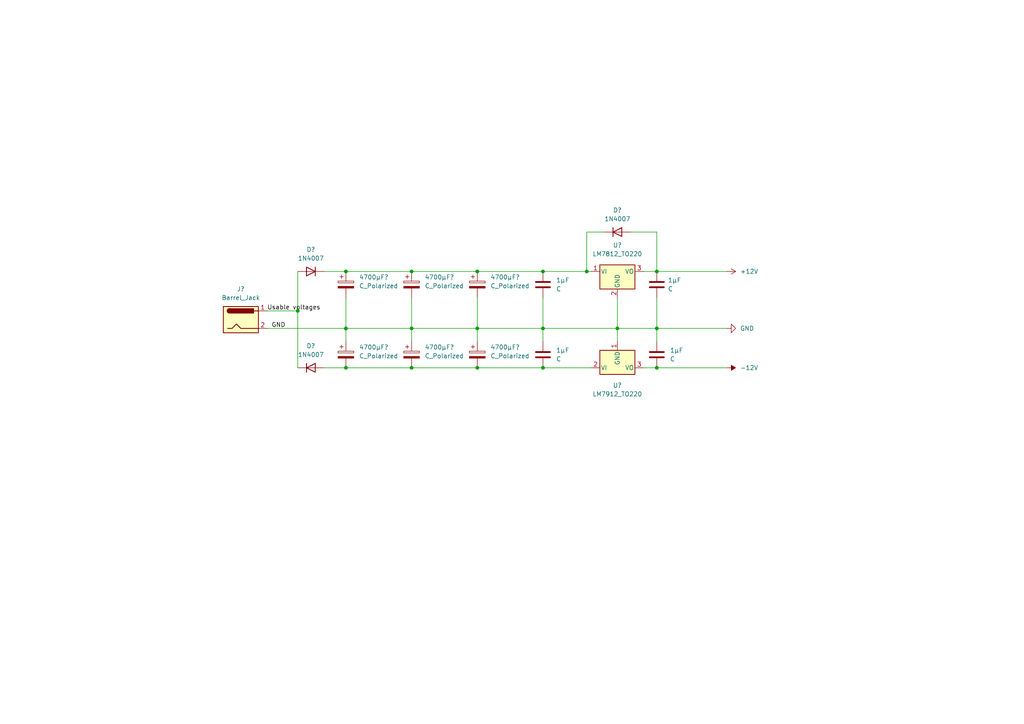
<source format=kicad_sch>
(kicad_sch (version 20211123) (generator eeschema)
  (paper "A4")
  (lib_symbols
    (symbol "Connector:Barrel_Jack" (pin_names (offset 1.016))
      (property "Reference" "J" (at 0 5.334 0))
      (property "Value" "Barrel_Jack" (at 0 -5.08 0))
      (symbol "Barrel_Jack_0_1"
        (rectangle (start -5.08 3.81) (end 5.08 -3.81) (stroke (width 0.254)) (fill (type background)))
        (arc (start -3.302 3.175) (mid -3.937 2.54) (end -3.302 1.905) (stroke (width 0.254)))
        (arc (start -3.302 3.175) (mid -3.937 2.54) (end -3.302 1.905) (stroke (width 0.254)) (fill (type outline)))
        (polyline (pts (xy 5.08 2.54) (xy 3.81 2.54)) (stroke (width 0.254)))
        (polyline (pts (xy -3.81 -2.54) (xy -2.54 -2.54) (xy -1.27 -1.27) (xy 0 -2.54) (xy 2.54 -2.54) (xy 5.08 -2.54)) (stroke (width 0.254)))
        (rectangle (start 3.683 3.175) (end -3.302 1.905) (stroke (width 0.254)) (fill (type outline)))
      )
      (symbol "Barrel_Jack_1_1"
        (pin passive line (at 7.62 2.54 180) (length 2.54) (name "~") (number "1"))
        (pin passive line (at 7.62 -2.54 180) (length 2.54) (name "~") (number "2"))
      )
    )
    (symbol "Device:C" (pin_numbers hide) (pin_names (offset 0.254))
      (property "Reference" "C" (at 0.635 2.54 0))
      (property "Value" "C" (at 0.635 -2.54 0))
      (symbol "C_0_1"
        (polyline (pts (xy -2.032 -0.762) (xy 2.032 -0.762)) (stroke (width 0.508)))
        (polyline (pts (xy -2.032 0.762) (xy 2.032 0.762)) (stroke (width 0.508)))
      )
      (symbol "C_1_1"
        (pin passive line (at 0 3.81 270) (length 2.794) (name "~") (number "1"))
        (pin passive line (at 0 -3.81 90) (length 2.794) (name "~") (number "2"))
      )
    )
    (symbol "Device:C_Polarized" (pin_numbers hide) (pin_names (offset 0.254))
      (property "Reference" "C" (at 0.635 2.54 0))
      (property "Value" "C_Polarized" (at 0.635 -2.54 0))
      (symbol "C_Polarized_0_1"
        (rectangle (start -2.286 0.508) (end 2.286 1.016))
        (polyline (pts (xy -1.778 2.286) (xy -0.762 2.286)))
        (polyline (pts (xy -1.27 2.794) (xy -1.27 1.778)))
        (rectangle (start 2.286 -0.508) (end -2.286 -1.016) (fill (type outline)))
      )
      (symbol "C_Polarized_1_1"
        (pin passive line (at 0 3.81 270) (length 2.794) (name "~") (number "1"))
        (pin passive line (at 0 -3.81 90) (length 2.794) (name "~") (number "2"))
      )
    )
    (symbol "Diode:1N4007" (pin_numbers hide) (pin_names hide)
      (property "Reference" "D" (at 0 2.54 0))
      (property "Value" "1N4007" (at 0 -2.54 0))
      (symbol "1N4007_0_1"
        (polyline (pts (xy -1.27 1.27) (xy -1.27 -1.27)) (stroke (width 0.254)))
        (polyline (pts (xy 1.27 0) (xy -1.27 0)))
        (polyline (pts (xy 1.27 1.27) (xy 1.27 -1.27) (xy -1.27 0) (xy 1.27 1.27)) (stroke (width 0.254)))
      )
      (symbol "1N4007_1_1"
        (pin passive line (at -3.81 0 0) (length 2.54) (name "K") (number "1"))
        (pin passive line (at 3.81 0 180) (length 2.54) (name "A") (number "2"))
      )
    )
    (symbol "Regulator_Linear:LM7812_TO220" (pin_names (offset 0.254))
      (property "Reference" "U" (at -3.81 3.175 0))
      (property "Value" "LM7812_TO220" (at 0 3.175 0))
      (symbol "LM7812_TO220_0_1"
        (rectangle (start -5.08 1.905) (end 5.08 -5.08) (stroke (width 0.254)) (fill (type background)))
      )
      (symbol "LM7812_TO220_1_1"
        (pin power_in line (at -7.62 0 0) (length 2.54) (name "VI") (number "1"))
        (pin power_in line (at 0 -7.62 90) (length 2.54) (name "GND") (number "2"))
        (pin power_out line (at 7.62 0 180) (length 2.54) (name "VO") (number "3"))
      )
    )
    (symbol "Regulator_Linear:LM7912_TO220" (pin_names (offset 0.254))
      (property "Reference" "U" (at -3.81 -3.175 0))
      (property "Value" "LM7912_TO220" (at 0 -3.175 0))
      (symbol "LM7912_TO220_0_1"
        (rectangle (start -5.08 5.08) (end 5.08 -1.905) (stroke (width 0.254)) (fill (type background)))
      )
      (symbol "LM7912_TO220_1_1"
        (pin power_in line (at 0 7.62 270) (length 2.54) (name "GND") (number "1"))
        (pin power_in line (at -7.62 0 0) (length 2.54) (name "VI") (number "2"))
        (pin power_out line (at 7.62 0 180) (length 2.54) (name "VO") (number "3"))
      )
    )
    (symbol "power:+12V" (power) (pin_names (offset 0))
      (property "Value" "+12V" (at 0 3.556 0))
      (symbol "+12V_0_1"
        (polyline (pts (xy -0.762 1.27) (xy 0 2.54)))
        (polyline (pts (xy 0 0) (xy 0 2.54)))
        (polyline (pts (xy 0 2.54) (xy 0.762 1.27)))
      )
      (symbol "+12V_1_1"
        (pin power_in line (at 0 0 90) (length 0) hide (name "+12V") (number "1"))
      )
    )
    (symbol "power:-12V" (power) (pin_names (offset 0))
      (property "Value" "-12V" (at 0 3.81 0))
      (symbol "-12V_0_0"
        (pin power_in line (at 0 0 90) (length 0) hide (name "-12V") (number "1"))
      )
      (symbol "-12V_0_1"
        (polyline (pts (xy 0 0) (xy 0 1.27) (xy 0.762 1.27) (xy 0 2.54) (xy -0.762 1.27) (xy 0 1.27)) (fill (type outline)))
      )
    )
    (symbol "power:GND" (power) (pin_names (offset 0))
      (property "Value" "GND" (at 0 -3.81 0))
      (symbol "GND_0_1"
        (polyline (pts (xy 0 0) (xy 0 -1.27) (xy 1.27 -1.27) (xy 0 -2.54) (xy -1.27 -1.27) (xy 0 -1.27)))
      )
      (symbol "GND_1_1"
        (pin power_in line (at 0 0 270) (length 0) hide (name "GND") (number "1"))
      )
    )
  )
  (junction (at 86.36 90.17))
  (junction (at 119.38 95.25))
  (junction (at 157.48 95.25))
  (junction (at 119.38 78.74))
  (junction (at 100.33 106.68))
  (junction (at 138.43 106.68))
  (junction (at 179.07 95.25))
  (junction (at 157.48 106.68))
  (junction (at 157.48 78.74))
  (junction (at 138.43 78.74))
  (junction (at 100.33 78.74))
  (junction (at 190.5 95.25))
  (junction (at 138.43 95.25))
  (junction (at 170.18 78.74))
  (junction (at 190.5 78.74))
  (junction (at 100.33 95.25))
  (junction (at 190.5 106.68))
  (junction (at 119.38 106.68))
  (wire (pts (xy 77.47 95.25) (xy 100.33 95.25)))
  (wire (pts (xy 179.07 95.25) (xy 179.07 99.06)))
  (wire (pts (xy 119.38 78.74) (xy 138.43 78.74)))
  (wire (pts (xy 170.18 67.31) (xy 170.18 78.74)))
  (wire (pts (xy 170.18 78.74) (xy 171.45 78.74)))
  (wire (pts (xy 119.38 95.25) (xy 119.38 99.06)))
  (wire (pts (xy 100.33 106.68) (xy 119.38 106.68)))
  (wire (pts (xy 86.36 90.17) (xy 86.36 106.68)))
  (wire (pts (xy 157.48 95.25) (xy 157.48 99.06)))
  (wire (pts (xy 119.38 86.36) (xy 119.38 95.25)))
  (wire (pts (xy 186.69 106.68) (xy 190.5 106.68)))
  (wire (pts (xy 93.98 106.68) (xy 100.33 106.68)))
  (wire (pts (xy 182.88 67.31) (xy 190.5 67.31)))
  (wire (pts (xy 138.43 106.68) (xy 157.48 106.68)))
  (wire (pts (xy 179.07 95.25) (xy 179.07 86.36)))
  (wire (pts (xy 157.48 95.25) (xy 179.07 95.25)))
  (wire (pts (xy 175.26 67.31) (xy 170.18 67.31)))
  (wire (pts (xy 186.69 78.74) (xy 190.5 78.74)))
  (wire (pts (xy 190.5 78.74) (xy 210.82 78.74)))
  (wire (pts (xy 138.43 95.25) (xy 157.48 95.25)))
  (wire (pts (xy 190.5 95.25) (xy 190.5 99.06)))
  (wire (pts (xy 119.38 106.68) (xy 138.43 106.68)))
  (wire (pts (xy 100.33 86.36) (xy 100.33 95.25)))
  (wire (pts (xy 190.5 86.36) (xy 190.5 95.25)))
  (wire (pts (xy 93.98 78.74) (xy 100.33 78.74)))
  (wire (pts (xy 190.5 106.68) (xy 210.82 106.68)))
  (wire (pts (xy 77.47 90.17) (xy 86.36 90.17)))
  (wire (pts (xy 100.33 78.74) (xy 119.38 78.74)))
  (wire (pts (xy 157.48 106.68) (xy 171.45 106.68)))
  (wire (pts (xy 157.48 78.74) (xy 170.18 78.74)))
  (wire (pts (xy 138.43 99.06) (xy 138.43 95.25)))
  (wire (pts (xy 157.48 86.36) (xy 157.48 95.25)))
  (wire (pts (xy 190.5 67.31) (xy 190.5 78.74)))
  (wire (pts (xy 138.43 78.74) (xy 157.48 78.74)))
  (wire (pts (xy 86.36 90.17) (xy 86.36 78.74)))
  (wire (pts (xy 190.5 95.25) (xy 210.82 95.25)))
  (wire (pts (xy 100.33 95.25) (xy 119.38 95.25)))
  (wire (pts (xy 119.38 95.25) (xy 138.43 95.25)))
  (wire (pts (xy 100.33 95.25) (xy 100.33 99.06)))
  (wire (pts (xy 138.43 86.36) (xy 138.43 95.25)))
  (wire (pts (xy 190.5 95.25) (xy 179.07 95.25)))
  (label "Usable voltages" (at 77.47 90.17 0))
  (label "GND" (at 78.74 95.25 0))
  (symbol (lib_id "Device:C_Polarized") (at 100.33 102.87 0) (unit 1)
    (property "Reference" "4700µF?" (at 104.14 100.7109 0) (effects (justify left)))
    (property "Value" "C_Polarized" (at 104.14 103.2509 0) (effects (justify left)))
  )
  (symbol (lib_id "Device:C_Polarized") (at 119.38 82.55 0) (unit 1)
    (property "Reference" "4700µF?" (at 123.19 80.3909 0) (effects (justify left)))
    (property "Value" "C_Polarized" (at 123.19 82.9309 0) (effects (justify left)))
  )
  (symbol (lib_id "Regulator_Linear:LM7812_TO220") (at 179.07 78.74 0) (unit 1)
    (property "Reference" "U?" (at 179.07 71.12 0))
    (property "Value" "LM7812_TO220" (at 179.07 73.66 0))
    (property "Footprint" "Package_TO_SOT_THT:TO-220-3_Vertical" (effects hide))
    (property "Datasheet" "https://www.onsemi.cn/PowerSolutions/document/MC7800-D.PDF" (effects hide))
  )
  (symbol (lib_id "Device:C") (at 190.5 82.55 0) (unit 1)
    (property "Reference" "1µF" (at 193.7139 81.2799 0) (effects (justify left)))
    (property "Value" "C" (at 193.7139 83.8199 0) (effects (justify left)))
  )
  (symbol (lib_id "Device:C") (at 157.48 82.55 0) (unit 1)
    (property "Reference" "1µF" (at 161.29 81.2799 0) (effects (justify left)))
    (property "Value" "C" (at 161.29 83.8199 0) (effects (justify left)))
  )
  (symbol (lib_id "power:GND") (at 210.82 95.25 90) (unit 1)
    (property "Reference" "#PWR?" (effects hide))
    (property "Value" "GND" (at 214.63 95.2499 90) (effects (justify right)))
  )
  (symbol (lib_id "Device:C_Polarized") (at 138.43 102.87 0) (unit 1)
    (property "Reference" "4700µF?" (at 142.24 100.7109 0) (effects (justify left)))
    (property "Value" "C_Polarized" (at 142.24 103.2509 0) (effects (justify left)))
  )
  (symbol (lib_id "Device:C_Polarized") (at 119.38 102.87 0) (unit 1)
    (property "Reference" "4700µF?" (at 123.19 100.7109 0) (effects (justify left)))
    (property "Value" "C_Polarized" (at 123.19 103.2509 0) (effects (justify left)))
  )
  (symbol (lib_id "Diode:1N4007") (at 90.17 106.68 0) (unit 1)
    (property "Reference" "D?" (at 90.17 100.33 0))
    (property "Value" "1N4007" (at 90.17 102.87 0))
    (property "Footprint" "Diode_THT:D_DO-41_SOD81_P10.16mm_Horizontal" (effects hide))
    (property "Datasheet" "http://www.vishay.com/docs/88503/1n4001.pdf" (effects hide))
  )
  (symbol (lib_id "Diode:1N4007") (at 90.17 78.74 180) (unit 1)
    (property "Reference" "D?" (at 90.17 72.39 0))
    (property "Value" "1N4007" (at 90.17 74.93 0))
    (property "Footprint" "Diode_THT:D_DO-41_SOD81_P10.16mm_Horizontal" (effects hide))
    (property "Datasheet" "http://www.vishay.com/docs/88503/1n4001.pdf" (effects hide))
  )
  (symbol (lib_id "Diode:1N4007") (at 179.07 67.31 0) (unit 1)
    (property "Reference" "D?" (at 179.07 60.96 0))
    (property "Value" "1N4007" (at 179.07 63.5 0))
    (property "Footprint" "Diode_THT:D_DO-41_SOD81_P10.16mm_Horizontal" (effects hide))
    (property "Datasheet" "http://www.vishay.com/docs/88503/1n4001.pdf" (effects hide))
  )
  (symbol (lib_id "Connector:Barrel_Jack") (at 69.85 92.71 0) (unit 1)
    (property "Reference" "J?" (at 69.85 83.82 0))
    (property "Value" "Barrel_Jack" (at 69.85 86.36 0))
  )
  (symbol (lib_id "power:+12V") (at 210.82 78.74 270) (unit 1)
    (property "Reference" "#PWR?" (effects hide))
    (property "Value" "+12V" (at 214.63 78.7399 90) (effects (justify left)))
  )
  (symbol (lib_id "Device:C_Polarized") (at 138.43 82.55 0) (unit 1)
    (property "Reference" "4700µF?" (at 142.24 80.3909 0) (effects (justify left)))
    (property "Value" "C_Polarized" (at 142.24 82.9309 0) (effects (justify left)))
  )
  (symbol (lib_id "power:-12V") (at 210.82 106.68 270) (unit 1)
    (property "Reference" "#PWR?" (effects hide))
    (property "Value" "-12V" (at 214.63 106.6799 90) (effects (justify left)))
  )
  (symbol (lib_id "Device:C") (at 157.48 102.87 0) (unit 1)
    (property "Reference" "1µF" (at 161.29 101.5999 0) (effects (justify left)))
    (property "Value" "C" (at 161.29 104.1399 0) (effects (justify left)))
  )
  (symbol (lib_id "Device:C") (at 190.5 102.87 0) (unit 1)
    (property "Reference" "1µF" (at 194.31 101.5999 0) (effects (justify left)))
    (property "Value" "C" (at 194.31 104.1399 0) (effects (justify left)))
  )
  (symbol (lib_id "Regulator_Linear:LM7912_TO220") (at 179.07 106.68 0) (unit 1)
    (property "Reference" "U?" (at 179.07 111.76 0))
    (property "Value" "LM7912_TO220" (at 179.07 114.3 0))
    (property "Footprint" "Package_TO_SOT_THT:TO-220-3_Vertical" (effects hide))
    (property "Datasheet" "hhttps://www.onsemi.com/pub/Collateral/MC7900-D.PDF" (effects hide))
  )
  (symbol (lib_id "Device:C_Polarized") (at 100.33 82.55 0) (unit 1)
    (property "Reference" "4700µF?" (at 104.14 80.3909 0) (effects (justify left)))
    (property "Value" "C_Polarized" (at 104.14 82.9309 0) (effects (justify left)))
  )
)
</source>
